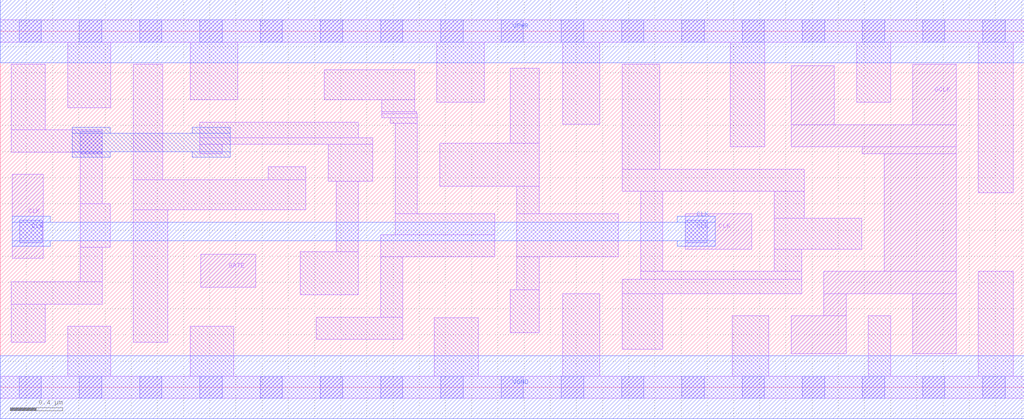
<source format=lef>
# Copyright 2020 The SkyWater PDK Authors
#
# Licensed under the Apache License, Version 2.0 (the "License");
# you may not use this file except in compliance with the License.
# You may obtain a copy of the License at
#
#     https://www.apache.org/licenses/LICENSE-2.0
#
# Unless required by applicable law or agreed to in writing, software
# distributed under the License is distributed on an "AS IS" BASIS,
# WITHOUT WARRANTIES OR CONDITIONS OF ANY KIND, either express or implied.
# See the License for the specific language governing permissions and
# limitations under the License.
#
# SPDX-License-Identifier: Apache-2.0

VERSION 5.7 ;
  NOWIREEXTENSIONATPIN ON ;
  DIVIDERCHAR "/" ;
  BUSBITCHARS "[]" ;
UNITS
  DATABASE MICRONS 200 ;
END UNITS
MACRO sky130_fd_sc_hd__dlclkp_4
  CLASS CORE ;
  FOREIGN sky130_fd_sc_hd__dlclkp_4 ;
  ORIGIN  0.000000  0.000000 ;
  SIZE  7.820000 BY  2.720000 ;
  SYMMETRY X Y R90 ;
  SITE unithd ;
  PIN GATE
    ANTENNAGATEAREA  0.159000 ;
    DIRECTION INPUT ;
    USE SIGNAL ;
    PORT
      LAYER li1 ;
        RECT 1.530000 0.765000 1.950000 1.015000 ;
    END
  END GATE
  PIN GCLK
    ANTENNADIFFAREA  1.039500 ;
    DIRECTION OUTPUT ;
    USE SIGNAL ;
    PORT
      LAYER li1 ;
        RECT 6.040000 0.255000 6.460000 0.545000 ;
        RECT 6.040000 1.835000 7.300000 2.005000 ;
        RECT 6.040000 2.005000 6.370000 2.455000 ;
        RECT 6.290000 0.545000 6.460000 0.715000 ;
        RECT 6.290000 0.715000 7.300000 0.885000 ;
        RECT 6.585000 1.785000 7.300000 1.835000 ;
        RECT 6.750000 0.885000 7.300000 1.785000 ;
        RECT 6.970000 0.255000 7.300000 0.715000 ;
        RECT 6.970000 2.005000 7.300000 2.465000 ;
    END
  END GCLK
  PIN CLK
    ANTENNAGATEAREA  0.406500 ;
    DIRECTION INPUT ;
    USE CLOCK ;
    PORT
      LAYER li1 ;
        RECT 0.090000 0.985000 0.330000 1.625000 ;
      LAYER mcon ;
        RECT 0.150000 1.105000 0.320000 1.275000 ;
    END
    PORT
      LAYER li1 ;
        RECT 5.230000 1.055000 5.740000 1.325000 ;
      LAYER mcon ;
        RECT 5.230000 1.105000 5.400000 1.275000 ;
    END
    PORT
      LAYER met1 ;
        RECT 0.090000 1.075000 0.380000 1.120000 ;
        RECT 0.090000 1.120000 5.460000 1.260000 ;
        RECT 0.090000 1.260000 0.380000 1.305000 ;
        RECT 5.170000 1.075000 5.460000 1.120000 ;
        RECT 5.170000 1.260000 5.460000 1.305000 ;
    END
  END CLK
  PIN VGND
    DIRECTION INOUT ;
    SHAPE ABUTMENT ;
    USE GROUND ;
    PORT
      LAYER met1 ;
        RECT 0.000000 -0.240000 7.820000 0.240000 ;
    END
  END VGND
  PIN VPWR
    DIRECTION INOUT ;
    SHAPE ABUTMENT ;
    USE POWER ;
    PORT
      LAYER met1 ;
        RECT 0.000000 2.480000 7.820000 2.960000 ;
    END
  END VPWR
  OBS
    LAYER li1 ;
      RECT 0.000000 -0.085000 7.820000 0.085000 ;
      RECT 0.000000  2.635000 7.820000 2.805000 ;
      RECT 0.085000  0.345000 0.345000 0.635000 ;
      RECT 0.085000  0.635000 0.780000 0.805000 ;
      RECT 0.085000  1.795000 0.780000 1.965000 ;
      RECT 0.085000  1.965000 0.345000 2.465000 ;
      RECT 0.515000  0.085000 0.845000 0.465000 ;
      RECT 0.515000  2.135000 0.845000 2.635000 ;
      RECT 0.610000  0.805000 0.780000 1.070000 ;
      RECT 0.610000  1.070000 0.840000 1.400000 ;
      RECT 0.610000  1.400000 0.780000 1.795000 ;
      RECT 1.015000  0.345000 1.280000 1.355000 ;
      RECT 1.015000  1.355000 2.335000 1.585000 ;
      RECT 1.015000  1.585000 1.240000 2.465000 ;
      RECT 1.450000  0.085000 1.785000 0.465000 ;
      RECT 1.450000  2.195000 1.815000 2.635000 ;
      RECT 1.525000  1.785000 1.695000 1.855000 ;
      RECT 1.525000  1.855000 2.845000 1.905000 ;
      RECT 1.525000  1.905000 2.735000 2.025000 ;
      RECT 2.045000  1.585000 2.335000 1.685000 ;
      RECT 2.290000  0.705000 2.735000 1.035000 ;
      RECT 2.415000  0.365000 3.075000 0.535000 ;
      RECT 2.475000  2.195000 3.165000 2.425000 ;
      RECT 2.505000  1.575000 2.845000 1.855000 ;
      RECT 2.565000  1.035000 2.735000 1.575000 ;
      RECT 2.905000  0.535000 3.075000 0.995000 ;
      RECT 2.905000  0.995000 3.775000 1.165000 ;
      RECT 2.915000  2.060000 3.185000 2.090000 ;
      RECT 2.915000  2.090000 3.180000 2.105000 ;
      RECT 2.915000  2.105000 3.165000 2.195000 ;
      RECT 2.980000  2.015000 3.185000 2.060000 ;
      RECT 3.015000  1.165000 3.775000 1.325000 ;
      RECT 3.015000  1.325000 3.185000 2.015000 ;
      RECT 3.315000  0.085000 3.650000 0.530000 ;
      RECT 3.335000  2.175000 3.695000 2.635000 ;
      RECT 3.355000  1.535000 4.115000 1.865000 ;
      RECT 3.895000  0.415000 4.115000 0.745000 ;
      RECT 3.895000  1.865000 4.115000 2.435000 ;
      RECT 3.945000  0.745000 4.115000 0.995000 ;
      RECT 3.945000  0.995000 4.720000 1.325000 ;
      RECT 3.945000  1.325000 4.115000 1.535000 ;
      RECT 4.295000  0.085000 4.580000 0.715000 ;
      RECT 4.295000  2.010000 4.580000 2.635000 ;
      RECT 4.750000  0.290000 5.060000 0.715000 ;
      RECT 4.750000  0.715000 6.120000 0.825000 ;
      RECT 4.750000  1.495000 6.140000 1.665000 ;
      RECT 4.750000  1.665000 5.035000 2.465000 ;
      RECT 4.890000  0.825000 6.120000 0.885000 ;
      RECT 4.890000  0.885000 5.060000 1.495000 ;
      RECT 5.575000  1.835000 5.840000 2.635000 ;
      RECT 5.590000  0.085000 5.870000 0.545000 ;
      RECT 5.910000  0.885000 6.120000 1.055000 ;
      RECT 5.910000  1.055000 6.580000 1.290000 ;
      RECT 5.910000  1.290000 6.140000 1.495000 ;
      RECT 6.540000  2.175000 6.800000 2.635000 ;
      RECT 6.630000  0.085000 6.800000 0.545000 ;
      RECT 7.470000  0.085000 7.735000 0.885000 ;
      RECT 7.470000  1.485000 7.735000 2.635000 ;
    LAYER mcon ;
      RECT 0.145000 -0.085000 0.315000 0.085000 ;
      RECT 0.145000  2.635000 0.315000 2.805000 ;
      RECT 0.605000 -0.085000 0.775000 0.085000 ;
      RECT 0.605000  2.635000 0.775000 2.805000 ;
      RECT 0.610000  1.785000 0.780000 1.955000 ;
      RECT 1.065000 -0.085000 1.235000 0.085000 ;
      RECT 1.065000  2.635000 1.235000 2.805000 ;
      RECT 1.525000 -0.085000 1.695000 0.085000 ;
      RECT 1.525000  2.635000 1.695000 2.805000 ;
      RECT 1.985000 -0.085000 2.155000 0.085000 ;
      RECT 1.985000  2.635000 2.155000 2.805000 ;
      RECT 2.445000 -0.085000 2.615000 0.085000 ;
      RECT 2.445000  2.635000 2.615000 2.805000 ;
      RECT 2.905000 -0.085000 3.075000 0.085000 ;
      RECT 2.905000  2.635000 3.075000 2.805000 ;
      RECT 3.365000 -0.085000 3.535000 0.085000 ;
      RECT 3.365000  2.635000 3.535000 2.805000 ;
      RECT 3.825000 -0.085000 3.995000 0.085000 ;
      RECT 3.825000  2.635000 3.995000 2.805000 ;
      RECT 4.285000 -0.085000 4.455000 0.085000 ;
      RECT 4.285000  2.635000 4.455000 2.805000 ;
      RECT 4.745000 -0.085000 4.915000 0.085000 ;
      RECT 4.745000  2.635000 4.915000 2.805000 ;
      RECT 5.205000 -0.085000 5.375000 0.085000 ;
      RECT 5.205000  2.635000 5.375000 2.805000 ;
      RECT 5.665000 -0.085000 5.835000 0.085000 ;
      RECT 5.665000  2.635000 5.835000 2.805000 ;
      RECT 6.125000 -0.085000 6.295000 0.085000 ;
      RECT 6.125000  2.635000 6.295000 2.805000 ;
      RECT 6.585000 -0.085000 6.755000 0.085000 ;
      RECT 6.585000  2.635000 6.755000 2.805000 ;
      RECT 7.045000 -0.085000 7.215000 0.085000 ;
      RECT 7.045000  2.635000 7.215000 2.805000 ;
      RECT 7.505000 -0.085000 7.675000 0.085000 ;
      RECT 7.505000  2.635000 7.675000 2.805000 ;
    LAYER met1 ;
      RECT 0.550000 1.755000 0.840000 1.800000 ;
      RECT 0.550000 1.800000 1.755000 1.940000 ;
      RECT 0.550000 1.940000 0.840000 1.985000 ;
      RECT 1.465000 1.755000 1.755000 1.800000 ;
      RECT 1.465000 1.940000 1.755000 1.985000 ;
  END
END sky130_fd_sc_hd__dlclkp_4
END LIBRARY

</source>
